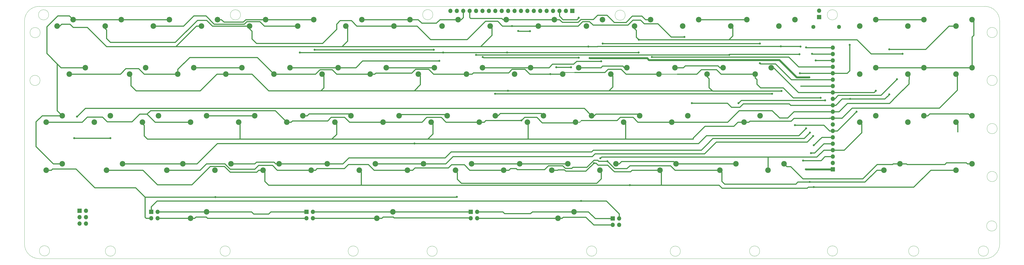
<source format=gbr>
G04 #@! TF.GenerationSoftware,KiCad,Pcbnew,7.0.1*
G04 #@! TF.CreationDate,2023-03-12T20:55:32-04:00*
G04 #@! TF.ProjectId,petkb,7065746b-622e-46b6-9963-61645f706362,B-V1-R2*
G04 #@! TF.SameCoordinates,Original*
G04 #@! TF.FileFunction,Copper,L1,Top*
G04 #@! TF.FilePolarity,Positive*
%FSLAX46Y46*%
G04 Gerber Fmt 4.6, Leading zero omitted, Abs format (unit mm)*
G04 Created by KiCad (PCBNEW 7.0.1) date 2023-03-12 20:55:32*
%MOMM*%
%LPD*%
G01*
G04 APERTURE LIST*
G04 #@! TA.AperFunction,ComponentPad*
%ADD10C,2.200000*%
G04 #@! TD*
G04 #@! TA.AperFunction,ComponentPad*
%ADD11O,1.700000X1.700000*%
G04 #@! TD*
G04 #@! TA.AperFunction,ComponentPad*
%ADD12R,1.700000X1.700000*%
G04 #@! TD*
G04 #@! TA.AperFunction,ComponentPad*
%ADD13O,1.600000X1.600000*%
G04 #@! TD*
G04 #@! TA.AperFunction,ComponentPad*
%ADD14C,1.600000*%
G04 #@! TD*
G04 #@! TA.AperFunction,ViaPad*
%ADD15C,0.800000*%
G04 #@! TD*
G04 #@! TA.AperFunction,Conductor*
%ADD16C,0.400000*%
G04 #@! TD*
G04 #@! TA.AperFunction,Conductor*
%ADD17C,0.250000*%
G04 #@! TD*
G04 #@! TA.AperFunction,Conductor*
%ADD18C,0.750000*%
G04 #@! TD*
G04 #@! TA.AperFunction,Profile*
%ADD19C,0.050000*%
G04 #@! TD*
G04 APERTURE END LIST*
D10*
X156527500Y-126746000D03*
X162877500Y-124206000D03*
D11*
X196189600Y-126746000D03*
X193649600Y-126746000D03*
X196189600Y-124206000D03*
D12*
X193649600Y-124206000D03*
D11*
X252425200Y-129438400D03*
X249885200Y-129438400D03*
X252425200Y-126898400D03*
D12*
X249885200Y-126898400D03*
D11*
X331571600Y-44450000D03*
D12*
X331571600Y-46990000D03*
D11*
X41402000Y-128930400D03*
X38862000Y-128930400D03*
X41402000Y-126390400D03*
X38862000Y-126390400D03*
X41402000Y-123850400D03*
D12*
X38862000Y-123850400D03*
D11*
X131165600Y-126746000D03*
X128625600Y-126746000D03*
X131165600Y-124206000D03*
D12*
X128625600Y-124206000D03*
D11*
X69748400Y-126796800D03*
X67208400Y-126796800D03*
X69748400Y-124256800D03*
D12*
X67208400Y-124256800D03*
D13*
X339496400Y-50901600D03*
D14*
X329336400Y-50901600D03*
D10*
X347726000Y-50546000D03*
X354076000Y-48006000D03*
X311404000Y-107696000D03*
X317754000Y-105156000D03*
X301879000Y-88646000D03*
X308229000Y-86106000D03*
X392176000Y-86106000D03*
X385826000Y-88646000D03*
X315722000Y-50546000D03*
X322072000Y-48006000D03*
X245872000Y-48006000D03*
X239522000Y-50546000D03*
D11*
X336994500Y-59118500D03*
X336994500Y-61658500D03*
X336994500Y-64198500D03*
X336994500Y-66738500D03*
X336994500Y-69278500D03*
X336994500Y-71818500D03*
X336994500Y-74358500D03*
X336994500Y-76898500D03*
X336994500Y-79438500D03*
X336994500Y-81978500D03*
X336994500Y-84518500D03*
X336994500Y-87058500D03*
X336994500Y-89598500D03*
X336994500Y-92138500D03*
X336994500Y-94678500D03*
X336994500Y-97218500D03*
X336994500Y-99758500D03*
X336994500Y-102298500D03*
X336994500Y-104838500D03*
D12*
X336994500Y-107378500D03*
D10*
X82740500Y-126746000D03*
X89090500Y-124206000D03*
D11*
X185623200Y-44602400D03*
X188163200Y-44602400D03*
X190703200Y-44602400D03*
X193243200Y-44602400D03*
X195783200Y-44602400D03*
X198323200Y-44602400D03*
X200863200Y-44602400D03*
X203403200Y-44602400D03*
X205943200Y-44602400D03*
X208483200Y-44602400D03*
X211023200Y-44602400D03*
X213563200Y-44602400D03*
X216103200Y-44602400D03*
X218643200Y-44602400D03*
X221183200Y-44602400D03*
X223723200Y-44602400D03*
X226263200Y-44602400D03*
X228803200Y-44602400D03*
X231343200Y-44602400D03*
D12*
X233883200Y-44602400D03*
D10*
X211074000Y-69596000D03*
X217424000Y-67056000D03*
X230124000Y-69596000D03*
X236474000Y-67056000D03*
X168656000Y-107696000D03*
X175006000Y-105156000D03*
X235204000Y-88646000D03*
X241554000Y-86106000D03*
X222504000Y-86106000D03*
X216154000Y-88646000D03*
X228219000Y-126746000D03*
X234569000Y-124206000D03*
X63754000Y-88646000D03*
X70104000Y-86106000D03*
X385826000Y-107696000D03*
X392176000Y-105156000D03*
X44704000Y-88646000D03*
X51054000Y-86106000D03*
X115824000Y-69596000D03*
X122174000Y-67056000D03*
X198374000Y-67056000D03*
X192024000Y-69596000D03*
X103124000Y-67056000D03*
X96774000Y-69596000D03*
X312674000Y-67056000D03*
X306324000Y-69596000D03*
X268224000Y-69596000D03*
X274574000Y-67056000D03*
X58674000Y-69596000D03*
X65024000Y-67056000D03*
X84074000Y-67056000D03*
X77724000Y-69596000D03*
X160274000Y-67056000D03*
X153924000Y-69596000D03*
X249174000Y-69596000D03*
X255524000Y-67056000D03*
X179324000Y-67056000D03*
X172974000Y-69596000D03*
X134874000Y-69596000D03*
X141224000Y-67056000D03*
X287274000Y-69596000D03*
X293624000Y-67056000D03*
X34798000Y-69596000D03*
X41148000Y-67056000D03*
X49530000Y-107696000D03*
X55880000Y-105156000D03*
X268605000Y-107696000D03*
X274955000Y-105156000D03*
X357251000Y-107696000D03*
X363601000Y-105156000D03*
X207772000Y-48006000D03*
X201422000Y-50546000D03*
X144272000Y-50546000D03*
X150622000Y-48006000D03*
X93472000Y-48006000D03*
X87122000Y-50546000D03*
X29972000Y-50546000D03*
X36322000Y-48006000D03*
X354076000Y-86106000D03*
X347726000Y-88646000D03*
X244856000Y-107696000D03*
X251206000Y-105156000D03*
X194056000Y-105156000D03*
X187706000Y-107696000D03*
X98806000Y-105156000D03*
X92456000Y-107696000D03*
X25654000Y-107696000D03*
X32004000Y-105156000D03*
X373126000Y-86106000D03*
X366776000Y-88646000D03*
X292354000Y-107696000D03*
X298704000Y-105156000D03*
X213106000Y-105156000D03*
X206756000Y-107696000D03*
X136906000Y-105156000D03*
X130556000Y-107696000D03*
X73406000Y-107696000D03*
X79756000Y-105156000D03*
X232156000Y-105156000D03*
X225806000Y-107696000D03*
X149606000Y-107696000D03*
X155956000Y-105156000D03*
X117856000Y-105156000D03*
X111506000Y-107696000D03*
X354076000Y-67056000D03*
X347726000Y-69596000D03*
X392176000Y-67056000D03*
X385826000Y-69596000D03*
X254254000Y-88646000D03*
X260604000Y-86106000D03*
X184404000Y-86106000D03*
X178054000Y-88646000D03*
X139954000Y-88646000D03*
X146304000Y-86106000D03*
X108204000Y-86106000D03*
X101854000Y-88646000D03*
X373126000Y-67056000D03*
X366776000Y-69596000D03*
X203454000Y-86106000D03*
X197104000Y-88646000D03*
X273304000Y-88646000D03*
X279654000Y-86106000D03*
X165354000Y-86106000D03*
X159004000Y-88646000D03*
X120904000Y-88646000D03*
X127254000Y-86106000D03*
X89154000Y-86106000D03*
X82804000Y-88646000D03*
X25654000Y-88646000D03*
X32004000Y-86106000D03*
X392176000Y-48006000D03*
X385826000Y-50546000D03*
X283972000Y-48006000D03*
X277622000Y-50546000D03*
X226822000Y-48006000D03*
X220472000Y-50546000D03*
X163322000Y-50546000D03*
X169672000Y-48006000D03*
X112522000Y-48006000D03*
X106172000Y-50546000D03*
X49022000Y-50546000D03*
X55372000Y-48006000D03*
X303022000Y-48006000D03*
X296672000Y-50546000D03*
X366776000Y-50546000D03*
X373126000Y-48006000D03*
X264922000Y-48006000D03*
X258572000Y-50546000D03*
X182372000Y-50546000D03*
X188722000Y-48006000D03*
X131572000Y-48006000D03*
X125222000Y-50546000D03*
X68072000Y-50546000D03*
X74422000Y-48006000D03*
D15*
X354076000Y-76200000D03*
X203301600Y-77419200D03*
X312978800Y-77419200D03*
X240284000Y-58674000D03*
X324256400Y-58674000D03*
X316426850Y-58667650D03*
X325272400Y-103886000D03*
X236474000Y-47294800D03*
X37846000Y-86487000D03*
X299656500Y-81153000D03*
X333946500Y-80073500D03*
X198424800Y-62839600D03*
X236474000Y-63144400D03*
X308165500Y-65341500D03*
X245300500Y-64516000D03*
X245922800Y-57505600D03*
X308152800Y-57505600D03*
X237388400Y-119888000D03*
X195783200Y-61976000D03*
X296037000Y-61976000D03*
X323799200Y-61722000D03*
X324002400Y-69291200D03*
X343712800Y-58013600D03*
X265379200Y-62890400D03*
X181229000Y-64389000D03*
X330250800Y-64211200D03*
X329234800Y-94183200D03*
X327977500Y-92837000D03*
X131876800Y-59944000D03*
X179019200Y-59944000D03*
X328777600Y-61620400D03*
X326453500Y-91122500D03*
X171424600Y-97155000D03*
X326440800Y-59029600D03*
X244983000Y-102997000D03*
X92583000Y-118364000D03*
X188214000Y-118313200D03*
X247777000Y-104140000D03*
X328422000Y-100990400D03*
X327907650Y-112426750D03*
X227533200Y-66903600D03*
X233413300Y-66916300D03*
X242443000Y-104902000D03*
X329488800Y-97840800D03*
X329488800Y-114401600D03*
X256717800Y-113665000D03*
X208407000Y-76200000D03*
X346392500Y-84518500D03*
X322008500Y-89852500D03*
X316738000Y-76327000D03*
X217119200Y-52578000D03*
X212496400Y-52527200D03*
X225171000Y-69596000D03*
X332232000Y-78994000D03*
X213741000Y-88011000D03*
X359410000Y-77660500D03*
X359410000Y-59817000D03*
X210058000Y-50546000D03*
X281228800Y-81178400D03*
X343860781Y-79497581D03*
X278282400Y-54914800D03*
X362458000Y-71628000D03*
X126034800Y-61112400D03*
X260146800Y-61061600D03*
X260223000Y-56007000D03*
X182778400Y-61112400D03*
X208076800Y-61112400D03*
X364648750Y-61626750D03*
X240741200Y-63296800D03*
X322275200Y-70459600D03*
X326339200Y-107391200D03*
X327710800Y-70866000D03*
X36677600Y-94996000D03*
X51054000Y-94996000D03*
D16*
X374650000Y-86106000D02*
X373126000Y-86106000D01*
X373126000Y-67056000D02*
X392176000Y-67056000D01*
X392176000Y-67056000D02*
X392176000Y-54864000D01*
X392176000Y-54864000D02*
X392811000Y-54229000D01*
X392811000Y-48641000D02*
X392176000Y-48006000D01*
X392811000Y-54229000D02*
X392811000Y-48641000D01*
X354076000Y-67056000D02*
X373126000Y-67056000D01*
X392176000Y-86106000D02*
X391414000Y-86106000D01*
X375412000Y-85344000D02*
X374650000Y-86106000D01*
X390652000Y-85344000D02*
X375412000Y-85344000D01*
X391414000Y-86106000D02*
X390652000Y-85344000D01*
X336994500Y-76898500D02*
X353377500Y-76898500D01*
X353377500Y-76898500D02*
X354076000Y-76200000D01*
X203301600Y-77419200D02*
X312978800Y-77419200D01*
X313537600Y-67056000D02*
X312674000Y-67056000D01*
X323380100Y-76898500D02*
X313537600Y-67056000D01*
X336994500Y-76898500D02*
X323380100Y-76898500D01*
X76962000Y-58674000D02*
X85090000Y-50546000D01*
X85090000Y-50546000D02*
X87122000Y-50546000D01*
X49530000Y-58674000D02*
X76962000Y-58674000D01*
X41910000Y-51054000D02*
X49530000Y-58674000D01*
X30988000Y-50546000D02*
X31750000Y-49784000D01*
X29972000Y-50546000D02*
X30988000Y-50546000D01*
X36322000Y-51054000D02*
X41910000Y-51054000D01*
X31750000Y-49784000D02*
X35052000Y-49784000D01*
X35052000Y-49784000D02*
X36322000Y-51054000D01*
X76962000Y-58674000D02*
X142748000Y-58674000D01*
X142748000Y-58674000D02*
X144907000Y-56515000D01*
X144907000Y-51181000D02*
X144272000Y-50546000D01*
X144907000Y-56515000D02*
X144907000Y-51181000D01*
X202057000Y-51181000D02*
X201422000Y-50546000D01*
X202057000Y-54229000D02*
X202057000Y-51181000D01*
X142748000Y-58674000D02*
X197612000Y-58674000D01*
X197612000Y-58674000D02*
X202057000Y-54229000D01*
X243890800Y-58674000D02*
X243897150Y-58667650D01*
X240284000Y-58674000D02*
X243890800Y-58674000D01*
X197612000Y-58674000D02*
X240284000Y-58674000D01*
X243897150Y-58667650D02*
X316426850Y-58667650D01*
X324250050Y-58667650D02*
X316426850Y-58667650D01*
X324256400Y-58674000D02*
X324250050Y-58667650D01*
X336994500Y-102298500D02*
X333921100Y-102298500D01*
X332333600Y-103886000D02*
X325272400Y-103886000D01*
X333921100Y-102298500D02*
X332333600Y-103886000D01*
X228803200Y-46634400D02*
X230174800Y-48006000D01*
X228803200Y-44602400D02*
X228803200Y-46634400D01*
X235762800Y-48006000D02*
X236474000Y-47294800D01*
X230174800Y-48006000D02*
X235762800Y-48006000D01*
X236474000Y-67056000D02*
X245237000Y-67056000D01*
X274955000Y-105156000D02*
X298704000Y-105156000D01*
X53594000Y-83185000D02*
X238633000Y-83185000D01*
X41148000Y-83185000D02*
X37846000Y-86487000D01*
X53594000Y-83185000D02*
X41148000Y-83185000D01*
X238633000Y-83185000D02*
X241554000Y-86106000D01*
X241554000Y-86106000D02*
X242570000Y-86106000D01*
X259969000Y-85471000D02*
X260604000Y-86106000D01*
X243205000Y-85471000D02*
X259969000Y-85471000D01*
X242570000Y-86106000D02*
X243205000Y-85471000D01*
X255524000Y-67056000D02*
X254508000Y-67056000D01*
X245872000Y-66421000D02*
X245237000Y-67056000D01*
X253873000Y-66421000D02*
X245872000Y-66421000D01*
X254508000Y-67056000D02*
X253873000Y-66421000D01*
X251206000Y-105156000D02*
X252476000Y-105156000D01*
X274066000Y-104267000D02*
X274955000Y-105156000D01*
X253365000Y-104267000D02*
X274066000Y-104267000D01*
X252476000Y-105156000D02*
X253365000Y-104267000D01*
X198424800Y-62839600D02*
X198729600Y-63144400D01*
X198729600Y-63144400D02*
X236474000Y-63144400D01*
X299656500Y-81153000D02*
X299694600Y-81153000D01*
X300774100Y-80073500D02*
X332016100Y-80073500D01*
X299694600Y-81153000D02*
X300774100Y-80073500D01*
X332016100Y-80073500D02*
X333946500Y-80073500D01*
X336994500Y-74358500D02*
X324294500Y-74358500D01*
X198374000Y-67056000D02*
X217424000Y-67056000D01*
X217424000Y-67056000D02*
X224663000Y-67056000D01*
X283972000Y-48006000D02*
X303022000Y-48006000D01*
X203454000Y-86106000D02*
X204470000Y-86106000D01*
X221615000Y-85217000D02*
X222504000Y-86106000D01*
X205359000Y-85217000D02*
X221615000Y-85217000D01*
X204470000Y-86106000D02*
X205359000Y-85217000D01*
X226028250Y-65690750D02*
X234410250Y-65690750D01*
X224663000Y-67056000D02*
X226028250Y-65690750D01*
X234410250Y-65690750D02*
X235585000Y-64516000D01*
X235585000Y-64516000D02*
X245300500Y-64516000D01*
X330962000Y-71818500D02*
X336994500Y-71818500D01*
X320586100Y-71818500D02*
X330962000Y-71818500D01*
X314323599Y-65555999D02*
X320586100Y-71818500D01*
X308316499Y-65555999D02*
X314323599Y-65555999D01*
X308165500Y-65405000D02*
X308316499Y-65555999D01*
X308165500Y-65341500D02*
X308165500Y-65405000D01*
X245922800Y-57505600D02*
X308152800Y-57505600D01*
X69494400Y-119888000D02*
X231521000Y-119888000D01*
X67208400Y-122174000D02*
X69494400Y-119888000D01*
X67208400Y-124256800D02*
X67208400Y-122174000D01*
X231521000Y-119888000D02*
X237388400Y-119888000D01*
X252425200Y-126898400D02*
X252425200Y-124968000D01*
X247345200Y-119888000D02*
X237388400Y-119888000D01*
X252425200Y-124968000D02*
X247345200Y-119888000D01*
X320167000Y-61722000D02*
X296291000Y-61722000D01*
X274574000Y-67056000D02*
X276860000Y-67056000D01*
D17*
X279654000Y-86106000D02*
X279654000Y-85598000D01*
D16*
X392176000Y-105156000D02*
X390271000Y-105156000D01*
X366141000Y-105156000D02*
X363601000Y-105156000D01*
X366395000Y-105410000D02*
X366141000Y-105156000D01*
X374904000Y-105410000D02*
X374777000Y-105410000D01*
X374777000Y-105410000D02*
X366395000Y-105410000D01*
X389890000Y-104775000D02*
X382016000Y-104775000D01*
X390271000Y-105156000D02*
X389890000Y-104775000D01*
X360934000Y-105156000D02*
X363601000Y-105156000D01*
X360680000Y-105410000D02*
X360934000Y-105156000D01*
X276860000Y-67056000D02*
X277876000Y-67056000D01*
X292354000Y-67056000D02*
X293624000Y-67056000D01*
X291592000Y-66294000D02*
X292354000Y-67056000D01*
X278638000Y-66294000D02*
X291592000Y-66294000D01*
X277876000Y-67056000D02*
X278638000Y-66294000D01*
X374777000Y-105410000D02*
X381381000Y-105410000D01*
X381381000Y-105410000D02*
X382016000Y-104775000D01*
X318853999Y-106255999D02*
X320314499Y-106255999D01*
X317754000Y-105156000D02*
X318853999Y-106255999D01*
X320314499Y-106255999D02*
X325183500Y-111125000D01*
X348869000Y-111125000D02*
X354584000Y-105410000D01*
X325183500Y-111125000D02*
X348869000Y-111125000D01*
X354584000Y-105410000D02*
X360680000Y-105410000D01*
X336994500Y-69278500D02*
X332359000Y-69278500D01*
X296037000Y-61976000D02*
X296291000Y-61722000D01*
X195783200Y-61976000D02*
X296037000Y-61976000D01*
X320167000Y-61722000D02*
X323799200Y-61722000D01*
X324015100Y-69278500D02*
X336994500Y-69278500D01*
X324002400Y-69291200D02*
X324015100Y-69278500D01*
X354076000Y-48006000D02*
X373126000Y-48006000D01*
X342709500Y-69278500D02*
X343712800Y-68275200D01*
X336994500Y-69278500D02*
X342709500Y-69278500D01*
X343712800Y-68275200D02*
X343712800Y-58013600D01*
X160274000Y-67056000D02*
X179324000Y-67056000D01*
X207772000Y-48006000D02*
X226822000Y-48006000D01*
X194056000Y-105156000D02*
X213106000Y-105156000D01*
X213106000Y-105156000D02*
X232156000Y-105156000D01*
X165354000Y-86106000D02*
X165862000Y-86106000D01*
X183896000Y-85598000D02*
X184404000Y-86106000D01*
X166370000Y-85598000D02*
X183896000Y-85598000D01*
X165862000Y-86106000D02*
X166370000Y-85598000D01*
X262826500Y-48006000D02*
X264922000Y-48006000D01*
X228854000Y-48006000D02*
X229933500Y-49085500D01*
X226822000Y-48006000D02*
X228854000Y-48006000D01*
X229933500Y-49085500D02*
X236156500Y-49085500D01*
X206502000Y-48006000D02*
X207772000Y-48006000D01*
X205994000Y-47498000D02*
X206502000Y-48006000D01*
X193598800Y-47498000D02*
X205994000Y-47498000D01*
X193243200Y-47142400D02*
X193598800Y-47498000D01*
X193243200Y-44602400D02*
X193243200Y-47142400D01*
X237312200Y-47929800D02*
X242189000Y-47929800D01*
X236156500Y-49085500D02*
X237312200Y-47929800D01*
X323456300Y-66738500D02*
X336994500Y-66738500D01*
X319608200Y-62890400D02*
X323456300Y-66738500D01*
X265379200Y-62890400D02*
X319608200Y-62890400D01*
X243890800Y-46228000D02*
X247599200Y-46228000D01*
X242189000Y-47929800D02*
X243890800Y-46228000D01*
X247599200Y-46228000D02*
X250494800Y-49123600D01*
X250494800Y-49123600D02*
X255168400Y-49123600D01*
X257651250Y-46640750D02*
X261461250Y-46640750D01*
X255168400Y-49123600D02*
X257651250Y-46640750D01*
X261461250Y-46640750D02*
X262826500Y-48006000D01*
X122174000Y-67056000D02*
X141224000Y-67056000D01*
X150622000Y-48006000D02*
X169672000Y-48006000D01*
X155956000Y-105156000D02*
X175006000Y-105156000D01*
X148209000Y-67056000D02*
X141224000Y-67056000D01*
X181229000Y-64389000D02*
X150876000Y-64389000D01*
X150876000Y-64389000D02*
X148209000Y-67056000D01*
X127254000Y-86106000D02*
X128905000Y-86106000D01*
X145542000Y-85344000D02*
X146304000Y-86106000D01*
X129667000Y-85344000D02*
X145542000Y-85344000D01*
X128905000Y-86106000D02*
X129667000Y-85344000D01*
X188722000Y-48006000D02*
X189890400Y-48006000D01*
X189890400Y-48006000D02*
X190703200Y-47193200D01*
X190703200Y-47193200D02*
X190703200Y-44602400D01*
X330263500Y-64198500D02*
X330250800Y-64211200D01*
X336994500Y-64198500D02*
X330263500Y-64198500D01*
X180086000Y-49428400D02*
X181508400Y-48006000D01*
X174294800Y-49428400D02*
X180086000Y-49428400D01*
X181508400Y-48006000D02*
X188722000Y-48006000D01*
X172872400Y-48006000D02*
X174294800Y-49428400D01*
X169672000Y-48006000D02*
X172872400Y-48006000D01*
X290893500Y-96520000D02*
X326898000Y-96520000D01*
X326898000Y-96520000D02*
X329234800Y-94183200D01*
X242887500Y-101219000D02*
X286194500Y-101219000D01*
X241808000Y-102298500D02*
X242887500Y-101219000D01*
X186626500Y-102298500D02*
X241808000Y-102298500D01*
X183769000Y-105156000D02*
X186626500Y-102298500D01*
X286194500Y-101219000D02*
X290893500Y-96520000D01*
X175006000Y-105156000D02*
X183769000Y-105156000D01*
X131165600Y-124206000D02*
X162877500Y-124206000D01*
X162877500Y-124206000D02*
X193649600Y-124206000D01*
X84074000Y-67056000D02*
X103124000Y-67056000D01*
X89154000Y-86106000D02*
X108204000Y-86106000D01*
X98806000Y-105156000D02*
X108204000Y-105156000D01*
X117856000Y-105156000D02*
X136906000Y-105156000D01*
X112522000Y-48006000D02*
X131572000Y-48006000D01*
D17*
X103124000Y-67056000D02*
X104013000Y-67056000D01*
D16*
X117856000Y-105156000D02*
X116459000Y-105156000D01*
X108839000Y-104521000D02*
X108204000Y-105156000D01*
X115824000Y-104521000D02*
X108839000Y-104521000D01*
X116459000Y-105156000D02*
X115824000Y-104521000D01*
X131876800Y-59944000D02*
X179019200Y-59944000D01*
X328815700Y-61658500D02*
X328777600Y-61620400D01*
X336994500Y-61658500D02*
X328815700Y-61658500D01*
X93472000Y-48006000D02*
X94996000Y-48006000D01*
X94996000Y-48006000D02*
X95961200Y-48971200D01*
X103632000Y-48971200D02*
X104597200Y-48006000D01*
X95961200Y-48971200D02*
X103632000Y-48971200D01*
X104597200Y-48006000D02*
X112522000Y-48006000D01*
X325691500Y-95123000D02*
X327977500Y-92837000D01*
X289560000Y-95123000D02*
X325691500Y-95123000D01*
X288099500Y-96583500D02*
X289560000Y-95123000D01*
X288099500Y-96647000D02*
X288099500Y-96583500D01*
X284988000Y-99758500D02*
X288099500Y-96647000D01*
X241490500Y-100457000D02*
X242189000Y-99758500D01*
X185864500Y-100457000D02*
X241490500Y-100457000D01*
X183515000Y-102806500D02*
X185864500Y-100457000D01*
X145415000Y-102806500D02*
X183515000Y-102806500D01*
X143065500Y-105156000D02*
X145415000Y-102806500D01*
X242189000Y-99758500D02*
X284988000Y-99758500D01*
X136906000Y-105156000D02*
X143065500Y-105156000D01*
D17*
X41148000Y-67056000D02*
X33401000Y-67056000D01*
D16*
X29972000Y-84074000D02*
X32004000Y-86106000D01*
X32004000Y-86106000D02*
X24003000Y-86106000D01*
X24003000Y-86106000D02*
X21590000Y-88519000D01*
X21590000Y-88519000D02*
X21590000Y-98298000D01*
X28448000Y-105156000D02*
X32004000Y-105156000D01*
X21590000Y-98298000D02*
X28448000Y-105156000D01*
X29972000Y-70739000D02*
X29972000Y-65532000D01*
X29972000Y-70739000D02*
X29972000Y-84074000D01*
D17*
X29972000Y-70485000D02*
X29972000Y-70739000D01*
D16*
X29972000Y-65532000D02*
X25844500Y-61404500D01*
X55880000Y-105156000D02*
X79756000Y-105156000D01*
X41148000Y-67056000D02*
X31496000Y-67056000D01*
X31496000Y-67056000D02*
X29972000Y-65532000D01*
X25844500Y-61404500D02*
X25844500Y-50863500D01*
X34798000Y-46482000D02*
X36322000Y-48006000D01*
X30226000Y-46482000D02*
X34798000Y-46482000D01*
X25844500Y-50863500D02*
X30226000Y-46482000D01*
X36322000Y-48006000D02*
X74422000Y-48006000D01*
X79756000Y-105156000D02*
X85344000Y-105156000D01*
X85344000Y-105156000D02*
X93345000Y-97155000D01*
X93345000Y-97155000D02*
X171424600Y-97155000D01*
X326529700Y-59118500D02*
X326440800Y-59029600D01*
X336994500Y-59118500D02*
X326529700Y-59118500D01*
X323596000Y-93980000D02*
X326453500Y-91122500D01*
X287020000Y-93980000D02*
X323596000Y-93980000D01*
X283845000Y-97155000D02*
X287020000Y-93980000D01*
X171424600Y-97155000D02*
X283845000Y-97155000D01*
X311404000Y-107696000D02*
X311404000Y-106807000D01*
X245364000Y-108204000D02*
X244856000Y-107696000D01*
X189992000Y-112903000D02*
X243586000Y-112903000D01*
X243586000Y-112903000D02*
X245364000Y-111125000D01*
X245364000Y-111125000D02*
X245364000Y-108204000D01*
X245491000Y-102489000D02*
X244983000Y-102997000D01*
X189992000Y-112903000D02*
X188341000Y-111252000D01*
X187706000Y-108077000D02*
X187706000Y-107696000D01*
X188341000Y-108712000D02*
X187706000Y-108077000D01*
X188341000Y-111252000D02*
X188341000Y-108712000D01*
X333438500Y-99758500D02*
X336994500Y-99758500D01*
X315722000Y-102489000D02*
X330708000Y-102489000D01*
X330708000Y-102489000D02*
X333438500Y-99758500D01*
X348424500Y-89344500D02*
X347726000Y-88646000D01*
X311404000Y-102616000D02*
X311531000Y-102489000D01*
X311404000Y-107696000D02*
X311404000Y-102616000D01*
X315722000Y-102489000D02*
X311531000Y-102489000D01*
X311531000Y-102489000D02*
X245491000Y-102489000D01*
X341503000Y-99758500D02*
X348424500Y-92837000D01*
X336994500Y-99758500D02*
X341503000Y-99758500D01*
X348424500Y-92837000D02*
X348424500Y-89344500D01*
X25654000Y-107696000D02*
X27635200Y-107696000D01*
X27635200Y-107696000D02*
X28092400Y-107238800D01*
X28092400Y-107238800D02*
X37388800Y-107238800D01*
X37388800Y-107238800D02*
X44856400Y-114706400D01*
X152132240Y-126759760D02*
X156756000Y-126761000D01*
X131179360Y-126759760D02*
X131165600Y-126746000D01*
X152132240Y-126759760D02*
X131179360Y-126759760D01*
X67208400Y-126796800D02*
X65125600Y-126796800D01*
X65125600Y-126796800D02*
X64719200Y-126390400D01*
X64719200Y-126390400D02*
X64719200Y-118414800D01*
X64719200Y-118414800D02*
X61010800Y-114706400D01*
X44856400Y-114706400D02*
X61010800Y-114706400D01*
X64770000Y-118364000D02*
X64719200Y-118414800D01*
X92583000Y-118364000D02*
X64770000Y-118364000D01*
X188163200Y-118364000D02*
X188214000Y-118313200D01*
X92583000Y-118364000D02*
X188163200Y-118364000D01*
X193497200Y-126593600D02*
X193649600Y-126746000D01*
X163322000Y-126593600D02*
X193497200Y-126593600D01*
X163017200Y-126288800D02*
X163322000Y-126593600D01*
X158953200Y-126288800D02*
X163017200Y-126288800D01*
X158496000Y-126746000D02*
X158953200Y-126288800D01*
X156527500Y-126746000D02*
X158496000Y-126746000D01*
X367284000Y-89154000D02*
X366776000Y-88646000D01*
X130556000Y-107696000D02*
X117094000Y-107696000D01*
X108204000Y-107315000D02*
X109728000Y-105791000D01*
X98425000Y-107315000D02*
X108204000Y-107315000D01*
X96393000Y-105283000D02*
X98425000Y-107315000D01*
X96393000Y-105156000D02*
X96393000Y-105283000D01*
X86487000Y-107696000D02*
X89027000Y-105156000D01*
X89027000Y-105156000D02*
X96393000Y-105156000D01*
X85598000Y-107696000D02*
X86487000Y-107696000D01*
X85598000Y-107696000D02*
X73406000Y-107696000D01*
X109728000Y-105791000D02*
X115189000Y-105791000D01*
X115189000Y-105791000D02*
X117094000Y-107696000D01*
X293116000Y-112141000D02*
X294195500Y-113220500D01*
X294195500Y-113220500D02*
X322389500Y-113220500D01*
X293116000Y-112141000D02*
X293116000Y-108458000D01*
X293116000Y-108458000D02*
X292354000Y-107696000D01*
X153162000Y-105410000D02*
X155448000Y-107696000D01*
X155448000Y-107696000D02*
X168656000Y-107696000D01*
X132207000Y-107696000D02*
X132842000Y-107061000D01*
X130556000Y-107696000D02*
X132207000Y-107696000D01*
X132842000Y-107061000D02*
X143637000Y-107061000D01*
X143637000Y-107061000D02*
X145288000Y-105410000D01*
X145288000Y-105410000D02*
X153162000Y-105410000D01*
X168656000Y-107696000D02*
X170688000Y-107696000D01*
X170688000Y-107696000D02*
X171577000Y-106807000D01*
X171577000Y-106807000D02*
X184785000Y-106807000D01*
X184785000Y-106807000D02*
X186055000Y-105537000D01*
X186055000Y-105537000D02*
X191135000Y-105537000D01*
X193294000Y-107696000D02*
X206756000Y-107696000D01*
X191135000Y-105537000D02*
X193294000Y-107696000D01*
X274574000Y-107696000D02*
X292354000Y-107696000D01*
X247777000Y-104140000D02*
X250698000Y-107061000D01*
X250698000Y-107061000D02*
X254000000Y-107061000D01*
X266827000Y-105918000D02*
X272796000Y-105918000D01*
X272796000Y-105918000D02*
X274574000Y-107696000D01*
X211709000Y-107061000D02*
X212090000Y-107442000D01*
X230124000Y-105918000D02*
X231140000Y-106934000D01*
X222885000Y-107442000D02*
X224409000Y-105918000D01*
X224409000Y-105918000D02*
X230124000Y-105918000D01*
X231140000Y-106934000D02*
X233680000Y-106934000D01*
X206756000Y-107696000D02*
X208788000Y-107696000D01*
X209423000Y-107061000D02*
X211709000Y-107061000D01*
X212090000Y-107442000D02*
X222885000Y-107442000D01*
X208788000Y-107696000D02*
X209423000Y-107061000D01*
X247777000Y-104140000D02*
X244348000Y-104140000D01*
X234061000Y-106553000D02*
X233680000Y-106934000D01*
X239649000Y-106553000D02*
X234061000Y-106553000D01*
X242443000Y-103759000D02*
X239649000Y-106553000D01*
X243967000Y-103759000D02*
X242443000Y-103759000D01*
X244348000Y-104140000D02*
X243967000Y-103759000D01*
X254000000Y-107061000D02*
X255524000Y-107061000D01*
X256667000Y-105918000D02*
X266827000Y-105918000D01*
X255524000Y-107061000D02*
X256667000Y-105918000D01*
X323183250Y-112426750D02*
X322389500Y-113220500D01*
X354457000Y-107696000D02*
X357251000Y-107696000D01*
X349726250Y-112426750D02*
X354457000Y-107696000D01*
X336994500Y-97218500D02*
X333502000Y-97218500D01*
X333502000Y-97218500D02*
X329819000Y-100901500D01*
X328510900Y-100901500D02*
X328422000Y-100990400D01*
X329819000Y-100901500D02*
X328510900Y-100901500D01*
X327907650Y-112426750D02*
X349726250Y-112426750D01*
X323183250Y-112426750D02*
X327907650Y-112426750D01*
X233400600Y-66903600D02*
X233413300Y-66916300D01*
X227533200Y-66903600D02*
X233400600Y-66903600D01*
X63881000Y-107696000D02*
X69659500Y-113474500D01*
X49530000Y-107696000D02*
X63881000Y-107696000D01*
X386461000Y-89281000D02*
X385826000Y-88646000D01*
X386461000Y-90424000D02*
X386461000Y-89281000D01*
X111506000Y-107696000D02*
X109728000Y-107696000D01*
X90551000Y-106172000D02*
X83439000Y-113284000D01*
X96139000Y-106172000D02*
X90551000Y-106172000D01*
X98425000Y-108458000D02*
X96139000Y-106172000D01*
X108966000Y-108458000D02*
X98425000Y-108458000D01*
X109728000Y-107696000D02*
X108966000Y-108458000D01*
D17*
X111506000Y-107696000D02*
X111506000Y-107823000D01*
D16*
X113665000Y-113665000D02*
X149860000Y-113665000D01*
X112141000Y-112141000D02*
X113665000Y-113665000D01*
X112141000Y-111887000D02*
X112141000Y-112141000D01*
X112141000Y-108458000D02*
X112141000Y-111887000D01*
X111506000Y-107823000D02*
X112141000Y-108458000D01*
X150368000Y-113157000D02*
X150368000Y-108966000D01*
X150368000Y-108966000D02*
X150368000Y-108458000D01*
X150368000Y-108458000D02*
X149606000Y-107696000D01*
D17*
X226314000Y-108204000D02*
X225806000Y-107696000D01*
D16*
X149860000Y-113665000D02*
X150368000Y-113665000D01*
X150368000Y-113665000D02*
X224917000Y-113665000D01*
X267081000Y-113665000D02*
X269113000Y-113665000D01*
D17*
X228092000Y-107696000D02*
X228219000Y-107569000D01*
D16*
X225806000Y-107696000D02*
X228092000Y-107696000D01*
X239776000Y-107569000D02*
X242443000Y-104902000D01*
X228219000Y-107569000D02*
X230378000Y-107569000D01*
X242443000Y-104902000D02*
X243332000Y-104902000D01*
X250571000Y-108331000D02*
X256921000Y-108331000D01*
X249936000Y-107696000D02*
X250571000Y-108331000D01*
X243332000Y-104902000D02*
X244094000Y-105664000D01*
X244094000Y-105664000D02*
X247904000Y-105664000D01*
X247904000Y-105664000D02*
X249936000Y-107696000D01*
X268605000Y-107696000D02*
X268605000Y-108204000D01*
X269113000Y-108712000D02*
X269113000Y-113665000D01*
X268605000Y-108204000D02*
X269113000Y-108712000D01*
X268605000Y-107696000D02*
X257556000Y-107696000D01*
X257556000Y-107696000D02*
X256921000Y-108331000D01*
X230378000Y-107569000D02*
X230759000Y-107569000D01*
X239268000Y-108077000D02*
X239776000Y-107569000D01*
X231267000Y-108077000D02*
X239268000Y-108077000D01*
X230759000Y-107569000D02*
X231267000Y-108077000D01*
X386461000Y-90424000D02*
X386461000Y-92456000D01*
X69659500Y-113474500D02*
X83248500Y-113474500D01*
X83248500Y-113474500D02*
X83439000Y-113284000D01*
X150368000Y-108966000D02*
X150368000Y-113665000D01*
X336994500Y-94678500D02*
X332676500Y-94678500D01*
X375793000Y-107696000D02*
X385826000Y-107696000D01*
X291973000Y-113665000D02*
X293179500Y-114871500D01*
X269113000Y-113665000D02*
X291973000Y-113665000D01*
X293179500Y-114871500D02*
X326834500Y-114871500D01*
X326834500Y-114871500D02*
X327279000Y-114427000D01*
X327279000Y-114427000D02*
X369062000Y-114427000D01*
X369062000Y-114427000D02*
X375793000Y-107696000D01*
X331355700Y-95973900D02*
X329488800Y-97840800D01*
X331381100Y-95973900D02*
X331355700Y-95973900D01*
X332676500Y-94678500D02*
X331381100Y-95973900D01*
X256717800Y-113665000D02*
X267081000Y-113665000D01*
X224917000Y-113665000D02*
X256717800Y-113665000D01*
X316738000Y-76327000D02*
X289433000Y-76327000D01*
X289433000Y-76327000D02*
X288036000Y-74930000D01*
X288036000Y-74930000D02*
X288036000Y-71374000D01*
X287274000Y-70612000D02*
X287274000Y-69596000D01*
X288036000Y-71374000D02*
X287274000Y-70612000D01*
X58674000Y-69596000D02*
X58674000Y-70104000D01*
X58674000Y-70104000D02*
X59182000Y-70612000D01*
X59182000Y-70612000D02*
X59182000Y-74168000D01*
X59182000Y-74168000D02*
X61214000Y-76200000D01*
X61214000Y-76200000D02*
X86614000Y-76200000D01*
X93218000Y-69596000D02*
X96774000Y-69596000D01*
X86614000Y-76200000D02*
X93218000Y-69596000D01*
X96774000Y-69596000D02*
X107061000Y-69596000D01*
X107061000Y-69596000D02*
X113665000Y-76200000D01*
X113665000Y-76200000D02*
X134366000Y-76200000D01*
X134366000Y-76200000D02*
X135509000Y-75057000D01*
X135509000Y-70231000D02*
X134874000Y-69596000D01*
X135509000Y-75057000D02*
X135509000Y-70231000D01*
X173736000Y-70358000D02*
X172974000Y-69596000D01*
X134366000Y-76200000D02*
X171323000Y-76200000D01*
X173736000Y-73787000D02*
X173736000Y-70358000D01*
X171323000Y-76200000D02*
X173736000Y-73787000D01*
X171323000Y-76200000D02*
X209677000Y-76200000D01*
X249936000Y-74676000D02*
X249936000Y-70358000D01*
X249936000Y-70358000D02*
X249174000Y-69596000D01*
X209677000Y-76200000D02*
X248412000Y-76200000D01*
X248412000Y-76200000D02*
X249936000Y-74676000D01*
D17*
X289306000Y-76200000D02*
X289433000Y-76327000D01*
D16*
X248412000Y-76200000D02*
X289306000Y-76200000D01*
X336994500Y-92138500D02*
X338836000Y-92138500D01*
X338836000Y-92138500D02*
X345440000Y-85534500D01*
X345440000Y-85534500D02*
X345440000Y-85471000D01*
X345440000Y-85471000D02*
X346392500Y-84518500D01*
X335792419Y-92138500D02*
X333506419Y-89852500D01*
X336994500Y-92138500D02*
X335792419Y-92138500D01*
X333506419Y-89852500D02*
X322008500Y-89852500D01*
X212547200Y-52578000D02*
X212496400Y-52527200D01*
X217119200Y-52578000D02*
X212547200Y-52578000D01*
X306324000Y-69596000D02*
X292735000Y-69596000D01*
X290957000Y-67818000D02*
X284988000Y-67818000D01*
X292735000Y-69596000D02*
X290957000Y-67818000D01*
D17*
X275463000Y-69596000D02*
X268224000Y-69596000D01*
D16*
X34798000Y-69596000D02*
X54991000Y-69596000D01*
X54991000Y-69596000D02*
X57150000Y-67437000D01*
X57150000Y-67437000D02*
X62230000Y-67437000D01*
X64389000Y-69596000D02*
X77724000Y-69596000D01*
X62230000Y-67437000D02*
X64389000Y-69596000D01*
X140589000Y-69596000D02*
X153924000Y-69596000D01*
X138811000Y-67818000D02*
X140589000Y-69596000D01*
X133985000Y-67818000D02*
X138811000Y-67818000D01*
X115824000Y-69596000D02*
X132207000Y-69596000D01*
X132207000Y-69596000D02*
X133985000Y-67818000D01*
X77724000Y-69596000D02*
X77724000Y-67691000D01*
X77724000Y-67691000D02*
X82423000Y-62992000D01*
X109220000Y-62992000D02*
X115824000Y-69596000D01*
X82423000Y-62992000D02*
X109220000Y-62992000D01*
X153924000Y-69596000D02*
X155702000Y-69596000D01*
X155702000Y-69596000D02*
X156083000Y-69215000D01*
X156083000Y-69215000D02*
X170307000Y-69215000D01*
X170307000Y-69215000D02*
X171831000Y-67691000D01*
X171831000Y-67691000D02*
X177038000Y-67691000D01*
X178943000Y-69596000D02*
X192024000Y-69596000D01*
X177038000Y-67691000D02*
X178943000Y-69596000D01*
X192024000Y-69596000D02*
X194183000Y-69596000D01*
X194183000Y-69596000D02*
X194691000Y-69088000D01*
X194691000Y-69088000D02*
X208661000Y-69088000D01*
X208661000Y-69088000D02*
X210058000Y-67691000D01*
X210058000Y-67691000D02*
X215138000Y-67691000D01*
X215138000Y-67691000D02*
X217043000Y-69596000D01*
X234823000Y-68961000D02*
X246761000Y-68961000D01*
X246761000Y-68961000D02*
X248031000Y-67691000D01*
X248031000Y-67691000D02*
X253238000Y-67691000D01*
X255143000Y-69596000D02*
X268224000Y-69596000D01*
X253238000Y-67691000D02*
X255143000Y-69596000D01*
D17*
X227711000Y-69596000D02*
X230124000Y-69596000D01*
D16*
X230759000Y-68961000D02*
X230124000Y-69596000D01*
D17*
X234823000Y-68961000D02*
X230759000Y-68961000D01*
D16*
X217043000Y-69596000D02*
X220853000Y-69596000D01*
X220853000Y-69596000D02*
X230124000Y-69596000D01*
X275463000Y-69596000D02*
X283210000Y-69596000D01*
X283210000Y-69596000D02*
X284988000Y-67818000D01*
X306324000Y-71151634D02*
X306959000Y-71786634D01*
X306324000Y-69596000D02*
X306324000Y-71151634D01*
X306959000Y-71786634D02*
X306959000Y-73596500D01*
X306959000Y-73596500D02*
X308419500Y-75057000D01*
X321360800Y-78994000D02*
X317423800Y-75057000D01*
X332232000Y-78994000D02*
X321360800Y-78994000D01*
X308419500Y-75057000D02*
X317423800Y-75057000D01*
X63754000Y-88646000D02*
X63754000Y-89281000D01*
X63754000Y-89281000D02*
X64389000Y-89916000D01*
X64389000Y-89916000D02*
X64389000Y-94107000D01*
X64389000Y-94107000D02*
X65659000Y-95377000D01*
X65659000Y-95377000D02*
X100965000Y-95377000D01*
X102362000Y-89154000D02*
X101854000Y-88646000D01*
D17*
X102362000Y-93980000D02*
X102362000Y-90170000D01*
D16*
X102362000Y-90170000D02*
X102362000Y-89154000D01*
X100965000Y-95377000D02*
X102362000Y-95377000D01*
X102362000Y-95377000D02*
X138684000Y-95377000D01*
X138684000Y-95377000D02*
X140589000Y-93472000D01*
X140589000Y-89281000D02*
X139954000Y-88646000D01*
X140589000Y-93472000D02*
X140589000Y-89281000D01*
X178689000Y-89281000D02*
X178054000Y-88646000D01*
X178689000Y-93345000D02*
X178689000Y-89281000D01*
X138684000Y-95377000D02*
X176657000Y-95377000D01*
X176657000Y-95377000D02*
X178689000Y-93345000D01*
X176657000Y-95377000D02*
X213995000Y-95377000D01*
X216408000Y-88900000D02*
X216154000Y-88646000D01*
X216408000Y-92964000D02*
X216408000Y-88900000D01*
X213995000Y-95377000D02*
X216408000Y-95377000D01*
X216408000Y-95377000D02*
X251968000Y-95377000D01*
X251968000Y-95377000D02*
X255016000Y-95377000D01*
X255016000Y-95377000D02*
X255016000Y-92329000D01*
X254254000Y-88646000D02*
X254381000Y-88646000D01*
X255016000Y-89281000D02*
X255016000Y-92329000D01*
X254381000Y-88646000D02*
X255016000Y-89281000D01*
X216408000Y-92964000D02*
X216408000Y-95377000D01*
X102362000Y-90170000D02*
X102362000Y-95377000D01*
X335792419Y-87058500D02*
X335728919Y-87122000D01*
X336994500Y-87058500D02*
X335792419Y-87058500D01*
X281749500Y-95377000D02*
X281749500Y-94932500D01*
X255016000Y-95377000D02*
X281749500Y-95377000D01*
X281749500Y-94932500D02*
X286385000Y-90297000D01*
X286385000Y-90297000D02*
X297815000Y-90297000D01*
X299466000Y-88646000D02*
X301879000Y-88646000D01*
X297815000Y-90297000D02*
X299466000Y-88646000D01*
X386334000Y-70104000D02*
X385826000Y-69596000D01*
X336994500Y-87058500D02*
X340550500Y-87058500D01*
X340550500Y-87058500D02*
X340614000Y-87122000D01*
X344678000Y-83058000D02*
X379222000Y-83058000D01*
X340614000Y-87122000D02*
X344678000Y-83058000D01*
X379222000Y-83058000D02*
X386334000Y-75946000D01*
X386334000Y-75946000D02*
X386334000Y-70104000D01*
X301879000Y-88646000D02*
X303733200Y-88646000D01*
X303733200Y-88646000D02*
X304139600Y-88239600D01*
X320497200Y-88239600D02*
X321614800Y-87122000D01*
X304139600Y-88239600D02*
X320497200Y-88239600D01*
X335728919Y-87122000D02*
X321614800Y-87122000D01*
X25654000Y-88646000D02*
X34290000Y-88646000D01*
X39878000Y-88646000D02*
X41910000Y-86614000D01*
X65532000Y-85471000D02*
X66929000Y-84074000D01*
X59563000Y-88519000D02*
X62611000Y-85471000D01*
X34290000Y-88646000D02*
X39878000Y-88646000D01*
X66929000Y-84074000D02*
X116332000Y-84074000D01*
X41910000Y-86614000D02*
X47879000Y-86614000D01*
X116332000Y-84074000D02*
X120904000Y-88646000D01*
X47879000Y-86614000D02*
X49784000Y-88519000D01*
X49784000Y-88519000D02*
X59563000Y-88519000D01*
X62611000Y-85471000D02*
X65151000Y-85471000D01*
X65151000Y-85471000D02*
X65532000Y-85471000D01*
X65532000Y-85471000D02*
X68707000Y-88646000D01*
X68707000Y-88646000D02*
X82804000Y-88646000D01*
X367284000Y-70104000D02*
X366776000Y-69596000D01*
X273304000Y-88646000D02*
X295402000Y-88646000D01*
X367157000Y-73533000D02*
X367284000Y-70104000D01*
X120904000Y-88646000D02*
X122555000Y-88646000D01*
X122555000Y-88646000D02*
X123063000Y-88138000D01*
X123063000Y-88138000D02*
X137033000Y-88138000D01*
X137033000Y-88138000D02*
X138430000Y-86741000D01*
X138430000Y-86741000D02*
X143764000Y-86741000D01*
X145669000Y-88646000D02*
X159004000Y-88646000D01*
X143764000Y-86741000D02*
X145669000Y-88646000D01*
X183896000Y-88646000D02*
X197104000Y-88646000D01*
X181991000Y-86741000D02*
X183896000Y-88646000D01*
X176276000Y-86741000D02*
X181991000Y-86741000D01*
X159004000Y-88646000D02*
X174371000Y-88646000D01*
X174371000Y-88646000D02*
X176276000Y-86741000D01*
D17*
X235204000Y-88646000D02*
X236855000Y-88646000D01*
X236855000Y-88646000D02*
X237490000Y-88011000D01*
D16*
X237490000Y-88011000D02*
X251587000Y-88011000D01*
X251587000Y-88011000D02*
X252857000Y-86741000D01*
X252857000Y-86741000D02*
X257937000Y-86741000D01*
X259842000Y-88646000D02*
X273304000Y-88646000D01*
X257937000Y-86741000D02*
X259842000Y-88646000D01*
D17*
X234950000Y-88900000D02*
X235204000Y-88646000D01*
D16*
X219837000Y-86741000D02*
X221996000Y-88900000D01*
X199009000Y-88646000D02*
X199644000Y-88011000D01*
X213741000Y-88011000D02*
X215011000Y-86741000D01*
X197104000Y-88646000D02*
X199009000Y-88646000D01*
X221996000Y-88900000D02*
X234950000Y-88900000D01*
X199644000Y-88011000D02*
X213741000Y-88011000D01*
X215011000Y-86741000D02*
X219837000Y-86741000D01*
X322834000Y-84518500D02*
X336994500Y-84518500D01*
X336994500Y-84518500D02*
X339471000Y-84518500D01*
X339471000Y-84518500D02*
X342773000Y-81216500D01*
X359473500Y-81216500D02*
X362299250Y-78390750D01*
X342773000Y-81216500D02*
X359473500Y-81216500D01*
X362204000Y-78486000D02*
X362299250Y-78390750D01*
X362299250Y-78390750D02*
X367157000Y-73533000D01*
X299948600Y-84099400D02*
X313004200Y-84099400D01*
X295402000Y-88646000D02*
X299948600Y-84099400D01*
X313004200Y-84099400D02*
X315925200Y-87020400D01*
X315925200Y-87020400D02*
X319125600Y-87020400D01*
X321627500Y-84518500D02*
X322834000Y-84518500D01*
X319125600Y-87020400D02*
X321627500Y-84518500D01*
X385826000Y-50546000D02*
X383032000Y-50546000D01*
X383032000Y-50546000D02*
X373761000Y-59817000D01*
X85471000Y-48260000D02*
X89154000Y-48260000D01*
X76708000Y-57023000D02*
X85471000Y-48260000D01*
X49022000Y-51562000D02*
X49530000Y-52070000D01*
X49022000Y-50546000D02*
X49022000Y-51562000D01*
X49530000Y-52070000D02*
X49530000Y-55499000D01*
X91440000Y-50546000D02*
X106172000Y-50546000D01*
X51054000Y-57023000D02*
X76708000Y-57023000D01*
X89154000Y-48260000D02*
X91440000Y-50546000D01*
X49530000Y-55499000D02*
X51054000Y-57023000D01*
X141986000Y-48387000D02*
X146431000Y-48387000D01*
X148590000Y-50546000D02*
X163322000Y-50546000D01*
X140589000Y-51816000D02*
X140589000Y-49784000D01*
X146431000Y-48387000D02*
X148590000Y-50546000D01*
X106172000Y-51689000D02*
X107061000Y-52578000D01*
X135001000Y-57404000D02*
X140589000Y-51816000D01*
X106172000Y-50546000D02*
X106172000Y-51689000D01*
X107061000Y-52578000D02*
X107061000Y-55626000D01*
X140589000Y-49784000D02*
X141986000Y-48387000D01*
X107061000Y-55626000D02*
X108839000Y-57404000D01*
X108839000Y-57404000D02*
X135001000Y-57404000D01*
X338196581Y-81978500D02*
X340677500Y-79497581D01*
X336994500Y-81978500D02*
X338196581Y-81978500D01*
X357636419Y-79497581D02*
X359410000Y-77724000D01*
X359410000Y-77724000D02*
X359410000Y-77660500D01*
X210058000Y-50546000D02*
X220472000Y-50546000D01*
X336994500Y-81978500D02*
X320332100Y-81978500D01*
X320332100Y-81978500D02*
X319735200Y-81381600D01*
X319735200Y-81381600D02*
X301548800Y-81381600D01*
X301548800Y-81381600D02*
X300177200Y-82753200D01*
X300177200Y-82753200D02*
X296875200Y-82753200D01*
X295300400Y-81178400D02*
X281228800Y-81178400D01*
X296875200Y-82753200D02*
X295300400Y-81178400D01*
X343860781Y-79497581D02*
X357636419Y-79497581D01*
X340677500Y-79497581D02*
X343860781Y-79497581D01*
X359410000Y-59817000D02*
X373761000Y-59817000D01*
X206248000Y-50546000D02*
X210058000Y-50546000D01*
X204343000Y-48641000D02*
X206248000Y-50546000D01*
X192278000Y-55880000D02*
X199517000Y-48641000D01*
X177749200Y-55880000D02*
X192278000Y-55880000D01*
X199517000Y-48641000D02*
X204343000Y-48641000D01*
X172415200Y-50546000D02*
X177749200Y-55880000D01*
X163322000Y-50546000D02*
X172415200Y-50546000D01*
X262318500Y-49657000D02*
X267792200Y-49657000D01*
X267792200Y-49657000D02*
X273050000Y-54914800D01*
X260889750Y-48228250D02*
X262318500Y-49657000D01*
X257892550Y-48228250D02*
X260889750Y-48228250D01*
X242112800Y-50190400D02*
X255930400Y-50190400D01*
X255930400Y-50190400D02*
X257892550Y-48228250D01*
X240715800Y-48793400D02*
X242112800Y-50190400D01*
X237972600Y-48793400D02*
X240715800Y-48793400D01*
X273050000Y-54914800D02*
X278282400Y-54914800D01*
X236220000Y-50546000D02*
X237972600Y-48793400D01*
X220472000Y-50546000D02*
X236220000Y-50546000D01*
X68072000Y-50546000D02*
X75946000Y-50546000D01*
X75946000Y-50546000D02*
X80010000Y-50546000D01*
X80010000Y-50546000D02*
X84010500Y-46545500D01*
X112014000Y-50546000D02*
X125222000Y-50546000D01*
X110236000Y-48768000D02*
X112014000Y-50546000D01*
X88836500Y-46545500D02*
X92075000Y-49784000D01*
X92075000Y-49784000D02*
X104013000Y-49784000D01*
X104013000Y-49784000D02*
X105029000Y-48768000D01*
X84010500Y-46545500D02*
X88836500Y-46545500D01*
X105029000Y-48768000D02*
X110236000Y-48768000D01*
X336994500Y-79438500D02*
X337756500Y-79438500D01*
X337756500Y-79438500D02*
X339153500Y-78041500D01*
X339153500Y-78041500D02*
X356044500Y-78041500D01*
X356044500Y-78041500D02*
X362458000Y-71628000D01*
X258572000Y-50546000D02*
X258572000Y-51625500D01*
X258572000Y-51625500D02*
X259207000Y-52260500D01*
X259207000Y-52260500D02*
X259207000Y-54991000D01*
X259207000Y-54991000D02*
X260223000Y-56007000D01*
X260223000Y-56007000D02*
X295846500Y-56007000D01*
X295846500Y-56007000D02*
X297370500Y-54483000D01*
X297370500Y-51244500D02*
X296672000Y-50546000D01*
X297370500Y-54483000D02*
X297370500Y-51244500D01*
X260096000Y-61112400D02*
X260146800Y-61061600D01*
X126034800Y-61112400D02*
X182778400Y-61112400D01*
X208076800Y-61112400D02*
X260096000Y-61112400D01*
X182778400Y-61112400D02*
X208076800Y-61112400D01*
X295846500Y-56007000D02*
X346583000Y-56007000D01*
X346583000Y-56007000D02*
X352196400Y-61620400D01*
X364642400Y-61620400D02*
X364648750Y-61626750D01*
X352196400Y-61620400D02*
X364642400Y-61620400D01*
X51054000Y-86106000D02*
X51054000Y-85725000D01*
D18*
X240741200Y-63296800D02*
X263499600Y-63296800D01*
X263499600Y-63296800D02*
X264210800Y-64008000D01*
X264210800Y-64008000D02*
X313131200Y-64008000D01*
X315823600Y-64008000D02*
X322275200Y-70459600D01*
X313131200Y-64008000D02*
X315823600Y-64008000D01*
X336981800Y-107391200D02*
X336994500Y-107378500D01*
X326339200Y-107391200D02*
X336981800Y-107391200D01*
X322681600Y-70866000D02*
X322275200Y-70459600D01*
X327710800Y-70866000D02*
X322681600Y-70866000D01*
D16*
X36677600Y-94996000D02*
X51054000Y-94996000D01*
X228219000Y-126746000D02*
X229870000Y-126746000D01*
X229870000Y-126746000D02*
X230276400Y-126339600D01*
X230276400Y-126339600D02*
X239268000Y-126339600D01*
X242366800Y-129438400D02*
X249885200Y-129438400D01*
X239268000Y-126339600D02*
X242366800Y-129438400D01*
X228219000Y-126746000D02*
X196189600Y-126746000D01*
X234569000Y-124206000D02*
X240233200Y-124206000D01*
X242925600Y-126898400D02*
X249885200Y-126898400D01*
X240233200Y-124206000D02*
X242925600Y-126898400D01*
X196189600Y-124206000D02*
X206349600Y-124206000D01*
X206349600Y-124206000D02*
X207060800Y-124917200D01*
X207060800Y-124917200D02*
X217322400Y-124917200D01*
X218033600Y-124206000D02*
X234569000Y-124206000D01*
X217322400Y-124917200D02*
X218033600Y-124206000D01*
X82689700Y-126796800D02*
X82740500Y-126746000D01*
X69748400Y-126796800D02*
X82689700Y-126796800D01*
X82740500Y-126746000D02*
X84378800Y-126746000D01*
X84378800Y-126746000D02*
X84886800Y-126238000D01*
X84886800Y-126238000D02*
X88950800Y-126238000D01*
X89458800Y-126746000D02*
X128625600Y-126746000D01*
X88950800Y-126238000D02*
X89458800Y-126746000D01*
X114503200Y-124206000D02*
X128625600Y-124206000D01*
X113639600Y-125069600D02*
X114503200Y-124206000D01*
X107746800Y-125069600D02*
X113639600Y-125069600D01*
X106883200Y-124206000D02*
X107746800Y-125069600D01*
X89090500Y-124206000D02*
X106883200Y-124206000D01*
X69799200Y-124206000D02*
X69748400Y-124256800D01*
X89090500Y-124206000D02*
X69799200Y-124206000D01*
D19*
X398676494Y-139801600D02*
G75*
G03*
X398676494Y-139801600I-2030094J0D01*
G01*
X254861694Y-46276894D02*
G75*
G03*
X254861694Y-46276894I-2030094J0D01*
G01*
X178712494Y-46073694D02*
G75*
G03*
X178712494Y-46073694I-2030094J0D01*
G01*
X26617294Y-46126400D02*
G75*
G03*
X26617294Y-46126400I-2030094J0D01*
G01*
X98501200Y-139801600D02*
G75*
G03*
X98501200Y-139801600I-2030094J0D01*
G01*
X149197694Y-139801600D02*
G75*
G03*
X149197694Y-139801600I-2030094J0D01*
G01*
X276705694Y-139852400D02*
G75*
G03*
X276705694Y-139852400I-2030094J0D01*
G01*
X338935694Y-139750800D02*
G75*
G03*
X338935694Y-139750800I-2030094J0D01*
G01*
X243584094Y-139801600D02*
G75*
G03*
X243584094Y-139801600I-2030094J0D01*
G01*
X371092094Y-139801600D02*
G75*
G03*
X371092094Y-139801600I-2030094J0D01*
G01*
X308100094Y-139801600D02*
G75*
G03*
X308100094Y-139801600I-2030094J0D01*
G01*
X180439694Y-139852400D02*
G75*
G03*
X180439694Y-139852400I-2030094J0D01*
G01*
X53084094Y-139801600D02*
G75*
G03*
X53084094Y-139801600I-2030094J0D01*
G01*
X26972894Y-139700000D02*
G75*
G03*
X26972894Y-139700000I-2030094J0D01*
G01*
X23213694Y-72136000D02*
G75*
G03*
X23213694Y-72136000I-2030094J0D01*
G01*
X23264494Y-53187600D02*
G75*
G03*
X23264494Y-53187600I-2030094J0D01*
G01*
X102563294Y-46126400D02*
G75*
G03*
X102563294Y-46126400I-2030094J0D01*
G01*
X338884894Y-46126400D02*
G75*
G03*
X338884894Y-46126400I-2030094J0D01*
G01*
X401978494Y-129844800D02*
G75*
G03*
X401978494Y-129844800I-2030094J0D01*
G01*
X402130894Y-110236000D02*
G75*
G03*
X402130894Y-110236000I-2030094J0D01*
G01*
X402130894Y-91236800D02*
G75*
G03*
X402130894Y-91236800I-2030094J0D01*
G01*
X402130894Y-72136000D02*
G75*
G03*
X402130894Y-72136000I-2030094J0D01*
G01*
X402132800Y-53136800D02*
G75*
G03*
X402132800Y-53136800I-2030094J0D01*
G01*
X22860000Y-42773600D02*
X397256000Y-42773600D01*
X17018000Y-136956800D02*
X17018000Y-48615600D01*
X397256000Y-142798800D02*
X22860000Y-142798800D01*
X403098000Y-136956800D02*
X403098000Y-123545600D01*
X403098000Y-48615600D02*
X403098000Y-123545600D01*
X22860000Y-42773600D02*
G75*
G03*
X17018000Y-48615600I0J-5842000D01*
G01*
X17018000Y-136956800D02*
G75*
G03*
X22860000Y-142798800I5842000J0D01*
G01*
X397256000Y-142798800D02*
G75*
G03*
X403098000Y-136956800I0J5842000D01*
G01*
X403098000Y-48615600D02*
G75*
G03*
X397256000Y-42773600I-5842000J0D01*
G01*
M02*

</source>
